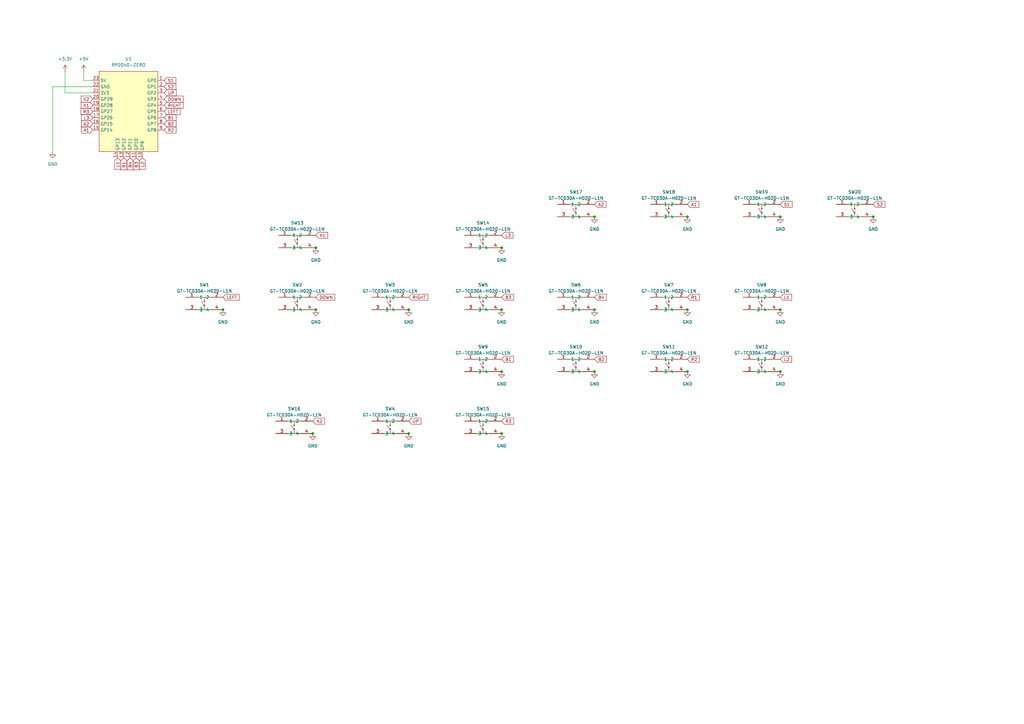
<source format=kicad_sch>
(kicad_sch (version 20231120) (generator "eeschema") (generator_version "8.0")
  (paper "A3")
  (lib_symbols
    (symbol "easyeda:GT-TC030A-H020-L1N"
      (property "Reference" "SW" (at 0 7.62 0))
      (property "Value" "GT-TC030A-H020-L1N" (at 0 -7.62 0))
      (symbol "GT-TC030A-H020-L1N_0_1"
        (circle (center 0 -0.76) (radius 0.25))
        (polyline (pts (xy -2.54 -2.54) (xy 2.54 -2.54)))
        (polyline (pts (xy -2.54 2.54) (xy 2.54 2.54)))
        (polyline (pts (xy -1.27 1.02) (xy -0.25 -0.76)))
        (polyline (pts (xy 0 -2.54) (xy 0 -0.76)))
        (polyline (pts (xy 0 1.52) (xy 0 0.76)))
        (polyline (pts (xy 0 2.54) (xy 0 1.52)))
        (circle (center 0 0.76) (radius 0.25))
        (pin unspecified line (at -7.62 2.54 0) (length 5.08) (name "1") (number "1"))
        (pin unspecified line (at 7.62 2.54 180) (length 5.08) (name "2") (number "2"))
        (pin unspecified line (at -7.62 -2.54 0) (length 5.08) (name "3") (number "3"))
        (pin unspecified line (at 7.62 -2.54 180) (length 5.08) (name "4") (number "4"))
      )
    )
    (symbol "easyeda:RP2040-ZERO"
      (property "Reference" "U" (at 0 19.05 0))
      (property "Value" "RP2040-ZERO" (at 0 -22.86 0))
      (symbol "RP2040-ZERO_0_1"
        (rectangle (start -12.7 17.78) (end 11.43 -15.24) (fill (type background)))
        (pin unspecified line (at 13.97 13.97 180) (length 2.54) (name "GP0") (number "1"))
        (pin unspecified line (at 5.08 -17.78 90) (length 2.54) (name "GP9") (number "10"))
        (pin unspecified line (at 2.54 -17.78 90) (length 2.54) (name "GP10") (number "11"))
        (pin unspecified line (at 0 -17.78 90) (length 2.54) (name "GP11") (number "12"))
        (pin unspecified line (at -2.54 -17.78 90) (length 2.54) (name "GP12") (number "13"))
        (pin unspecified line (at -5.08 -17.78 90) (length 2.54) (name "GP13") (number "14"))
        (pin unspecified line (at -15.24 -6.35 0) (length 2.54) (name "GP14") (number "15"))
        (pin unspecified line (at -15.24 -3.81 0) (length 2.54) (name "GP15") (number "16"))
        (pin unspecified line (at -15.24 -1.27 0) (length 2.54) (name "GP26") (number "17"))
        (pin unspecified line (at -15.24 1.27 0) (length 2.54) (name "GP27") (number "18"))
        (pin unspecified line (at -15.24 3.81 0) (length 2.54) (name "GP28") (number "19"))
        (pin unspecified line (at 13.97 11.43 180) (length 2.54) (name "GP1") (number "2"))
        (pin unspecified line (at -15.24 6.35 0) (length 2.54) (name "GP29") (number "20"))
        (pin unspecified line (at -15.24 8.89 0) (length 2.54) (name "3V3") (number "21"))
        (pin unspecified line (at -15.24 11.43 0) (length 2.54) (name "GND") (number "22"))
        (pin unspecified line (at -15.24 13.97 0) (length 2.54) (name "5V") (number "23"))
        (pin unspecified line (at 13.97 8.89 180) (length 2.54) (name "GP2") (number "3"))
        (pin unspecified line (at 13.97 6.35 180) (length 2.54) (name "GP3") (number "4"))
        (pin unspecified line (at 13.97 3.81 180) (length 2.54) (name "GP4") (number "5"))
        (pin unspecified line (at 13.97 1.27 180) (length 2.54) (name "GP5") (number "6"))
        (pin unspecified line (at 13.97 -1.27 180) (length 2.54) (name "GP6") (number "7"))
        (pin unspecified line (at 13.97 -3.81 180) (length 2.54) (name "GP7") (number "8"))
        (pin unspecified line (at 13.97 -6.35 180) (length 2.54) (name "GP8") (number "9"))
      )
    )
    (symbol "power:+3.3V" (power) (pin_numbers hide) (pin_names (offset 0) hide)
      (property "Value" "+3.3V" (at 0 3.556 0))
      (symbol "+3.3V_0_1"
        (polyline (pts (xy -0.762 1.27) (xy 0 2.54)))
        (polyline (pts (xy 0 0) (xy 0 2.54)))
        (polyline (pts (xy 0 2.54) (xy 0.762 1.27)))
      )
      (symbol "+3.3V_1_1"
        (pin power_in line (at 0 0 90) (length 0) (name "~") (number "1"))
      )
    )
    (symbol "power:+5V" (power) (pin_numbers hide) (pin_names (offset 0) hide)
      (property "Value" "+5V" (at 0 3.556 0))
      (symbol "+5V_0_1"
        (polyline (pts (xy -0.762 1.27) (xy 0 2.54)))
        (polyline (pts (xy 0 0) (xy 0 2.54)))
        (polyline (pts (xy 0 2.54) (xy 0.762 1.27)))
      )
      (symbol "+5V_1_1"
        (pin power_in line (at 0 0 90) (length 0) (name "~") (number "1"))
      )
    )
    (symbol "power:GND" (power) (pin_numbers hide) (pin_names (offset 0) hide)
      (property "Value" "GND" (at 0 -3.81 0))
      (symbol "GND_0_1"
        (polyline (pts (xy 0 0) (xy 0 -1.27) (xy 1.27 -1.27) (xy 0 -2.54) (xy -1.27 -1.27) (xy 0 -1.27)))
      )
      (symbol "GND_1_1"
        (pin power_in line (at 0 0 270) (length 0) (name "~") (number "1"))
      )
    )
  )
  (junction (at 281.94 88.9))
  (junction (at 358.14 88.9))
  (junction (at 281.94 127))
  (junction (at 167.64 177.8))
  (junction (at 320.04 88.9))
  (junction (at 91.44 127))
  (junction (at 129.54 101.6))
  (junction (at 128.27 177.8))
  (junction (at 243.84 152.4))
  (junction (at 243.84 88.9))
  (junction (at 205.74 101.6))
  (junction (at 205.74 127))
  (junction (at 205.74 152.4))
  (junction (at 320.04 152.4))
  (junction (at 205.74 177.8))
  (junction (at 320.04 127))
  (junction (at 167.64 127))
  (junction (at 281.94 152.4))
  (junction (at 243.84 127))
  (junction (at 129.54 127))
  (wire (pts (xy 304.8 152.4) (xy 320.04 152.4)))
  (wire (pts (xy 152.4 172.72) (xy 167.64 172.72)))
  (wire (pts (xy 26.67 38.1) (xy 38.1 38.1)))
  (wire (pts (xy 114.3 127) (xy 129.54 127)))
  (wire (pts (xy 114.3 121.92) (xy 129.54 121.92)))
  (wire (pts (xy 266.7 83.82) (xy 281.94 83.82)))
  (wire (pts (xy 228.6 147.32) (xy 243.84 147.32)))
  (wire (pts (xy 38.1 35.56) (xy 21.59 35.56)))
  (wire (pts (xy 304.8 127) (xy 320.04 127)))
  (wire (pts (xy 342.9 83.82) (xy 358.14 83.82)))
  (wire (pts (xy 304.8 121.92) (xy 320.04 121.92)))
  (wire (pts (xy 304.8 83.82) (xy 320.04 83.82)))
  (wire (pts (xy 228.6 152.4) (xy 243.84 152.4)))
  (wire (pts (xy 266.7 127) (xy 281.94 127)))
  (wire (pts (xy 266.7 147.32) (xy 281.94 147.32)))
  (wire (pts (xy 228.6 83.82) (xy 243.84 83.82)))
  (wire (pts (xy 21.59 35.56) (xy 21.59 62.23)))
  (wire (pts (xy 190.5 177.8) (xy 205.74 177.8)))
  (wire (pts (xy 34.29 33.02) (xy 34.29 29.21)))
  (wire (pts (xy 266.7 88.9) (xy 281.94 88.9)))
  (wire (pts (xy 152.4 177.8) (xy 167.64 177.8)))
  (wire (pts (xy 342.9 88.9) (xy 358.14 88.9)))
  (wire (pts (xy 266.7 152.4) (xy 281.94 152.4)))
  (wire (pts (xy 190.5 172.72) (xy 205.74 172.72)))
  (wire (pts (xy 190.5 127) (xy 205.74 127)))
  (wire (pts (xy 190.5 152.4) (xy 205.74 152.4)))
  (wire (pts (xy 304.8 88.9) (xy 320.04 88.9)))
  (wire (pts (xy 304.8 147.32) (xy 320.04 147.32)))
  (wire (pts (xy 26.67 29.21) (xy 26.67 38.1)))
  (wire (pts (xy 190.5 96.52) (xy 205.74 96.52)))
  (wire (pts (xy 190.5 147.32) (xy 205.74 147.32)))
  (wire (pts (xy 114.3 96.52) (xy 129.54 96.52)))
  (wire (pts (xy 113.03 172.72) (xy 128.27 172.72)))
  (wire (pts (xy 190.5 101.6) (xy 205.74 101.6)))
  (wire (pts (xy 228.6 88.9) (xy 243.84 88.9)))
  (wire (pts (xy 152.4 121.92) (xy 167.64 121.92)))
  (wire (pts (xy 190.5 121.92) (xy 205.74 121.92)))
  (wire (pts (xy 76.2 121.92) (xy 91.44 121.92)))
  (wire (pts (xy 113.03 177.8) (xy 128.27 177.8)))
  (wire (pts (xy 76.2 127) (xy 91.44 127)))
  (wire (pts (xy 152.4 127) (xy 167.64 127)))
  (wire (pts (xy 38.1 33.02) (xy 34.29 33.02)))
  (wire (pts (xy 228.6 127) (xy 243.84 127)))
  (wire (pts (xy 266.7 121.92) (xy 281.94 121.92)))
  (wire (pts (xy 228.6 121.92) (xy 243.84 121.92)))
  (wire (pts (xy 114.3 101.6) (xy 129.54 101.6)))
  (global_label "B1" (shape input) (at 67.31 48.26 0) (property "Intersheetrefs" "${INTERSHEET_REFS}" (effects (hide yes))))
  (global_label "L3" (shape input) (at 205.74 96.52 0) (property "Intersheetrefs" "${INTERSHEET_REFS}" (effects (hide yes))))
  (global_label "B4" (shape input) (at 243.84 121.92 0) (property "Intersheetrefs" "${INTERSHEET_REFS}" (effects (hide yes))))
  (global_label "B1" (shape input) (at 205.74 147.32 0) (property "Intersheetrefs" "${INTERSHEET_REFS}" (effects (hide yes))))
  (global_label "S2" (shape input) (at 67.31 35.56 0) (property "Intersheetrefs" "${INTERSHEET_REFS}" (effects (hide yes))))
  (global_label "RIGHT" (shape input) (at 67.31 43.18 0) (property "Intersheetrefs" "${INTERSHEET_REFS}" (effects (hide yes))))
  (global_label "L1" (shape input) (at 320.04 121.92 0) (property "Intersheetrefs" "${INTERSHEET_REFS}" (effects (hide yes))))
  (global_label "R2" (shape input) (at 67.31 53.34 0) (property "Intersheetrefs" "${INTERSHEET_REFS}" (effects (hide yes))))
  (global_label "S2" (shape input) (at 358.14 83.82 0) (property "Intersheetrefs" "${INTERSHEET_REFS}" (effects (hide yes))))
  (global_label "A2" (shape input) (at 38.1 50.8 180) (property "Intersheetrefs" "${INTERSHEET_REFS}" (effects (hide yes))))
  (global_label "B2" (shape input) (at 243.84 147.32 0) (property "Intersheetrefs" "${INTERSHEET_REFS}" (effects (hide yes))))
  (global_label "UP" (shape input) (at 67.31 38.1 0) (property "Intersheetrefs" "${INTERSHEET_REFS}" (effects (hide yes))))
  (global_label "LEFT" (shape input) (at 67.31 45.72 0) (property "Intersheetrefs" "${INTERSHEET_REFS}" (effects (hide yes))))
  (global_label "LEFT" (shape input) (at 91.44 121.92 0) (property "Intersheetrefs" "${INTERSHEET_REFS}" (effects (hide yes))))
  (global_label "B4" (shape input) (at 53.34 64.77 270) (property "Intersheetrefs" "${INTERSHEET_REFS}" (effects (hide yes))))
  (global_label "L2" (shape input) (at 320.04 147.32 0) (property "Intersheetrefs" "${INTERSHEET_REFS}" (effects (hide yes))))
  (global_label "A2" (shape input) (at 243.84 83.82 0) (property "Intersheetrefs" "${INTERSHEET_REFS}" (effects (hide yes))))
  (global_label "B3" (shape input) (at 55.88 64.77 270) (property "Intersheetrefs" "${INTERSHEET_REFS}" (effects (hide yes))))
  (global_label "S1" (shape input) (at 320.04 83.82 0) (property "Intersheetrefs" "${INTERSHEET_REFS}" (effects (hide yes))))
  (global_label "UP" (shape input) (at 167.64 172.72 0) (property "Intersheetrefs" "${INTERSHEET_REFS}" (effects (hide yes))))
  (global_label "A1" (shape input) (at 281.94 83.82 0) (property "Intersheetrefs" "${INTERSHEET_REFS}" (effects (hide yes))))
  (global_label "R1" (shape input) (at 281.94 121.92 0) (property "Intersheetrefs" "${INTERSHEET_REFS}" (effects (hide yes))))
  (global_label "B2" (shape input) (at 67.31 50.8 0) (property "Intersheetrefs" "${INTERSHEET_REFS}" (effects (hide yes))))
  (global_label "S1" (shape input) (at 67.31 33.02 0) (property "Intersheetrefs" "${INTERSHEET_REFS}" (effects (hide yes))))
  (global_label "DOWN" (shape input) (at 129.54 121.92 0) (property "Intersheetrefs" "${INTERSHEET_REFS}" (effects (hide yes))))
  (global_label "R3" (shape input) (at 205.74 172.72 0) (property "Intersheetrefs" "${INTERSHEET_REFS}" (effects (hide yes))))
  (global_label "L3" (shape input) (at 38.1 48.26 180) (property "Intersheetrefs" "${INTERSHEET_REFS}" (effects (hide yes))))
  (global_label "B3" (shape input) (at 205.74 121.92 0) (property "Intersheetrefs" "${INTERSHEET_REFS}" (effects (hide yes))))
  (global_label "X1" (shape input) (at 38.1 43.18 180) (property "Intersheetrefs" "${INTERSHEET_REFS}" (effects (hide yes))))
  (global_label "R2" (shape input) (at 281.94 147.32 0) (property "Intersheetrefs" "${INTERSHEET_REFS}" (effects (hide yes))))
  (global_label "R1" (shape input) (at 50.8 64.77 270) (property "Intersheetrefs" "${INTERSHEET_REFS}" (effects (hide yes))))
  (global_label "X1" (shape input) (at 129.54 96.52 0) (property "Intersheetrefs" "${INTERSHEET_REFS}" (effects (hide yes))))
  (global_label "DOWN" (shape input) (at 67.31 40.64 0) (property "Intersheetrefs" "${INTERSHEET_REFS}" (effects (hide yes))))
  (global_label "RIGHT" (shape input) (at 167.64 121.92 0) (property "Intersheetrefs" "${INTERSHEET_REFS}" (effects (hide yes))))
  (global_label "X2" (shape input) (at 128.27 172.72 0) (property "Intersheetrefs" "${INTERSHEET_REFS}" (effects (hide yes))))
  (global_label "R3" (shape input) (at 38.1 45.72 180) (property "Intersheetrefs" "${INTERSHEET_REFS}" (effects (hide yes))))
  (global_label "L2" (shape input) (at 58.42 64.77 270) (property "Intersheetrefs" "${INTERSHEET_REFS}" (effects (hide yes))))
  (global_label "X2" (shape input) (at 38.1 40.64 180) (property "Intersheetrefs" "${INTERSHEET_REFS}" (effects (hide yes))))
  (global_label "L1" (shape input) (at 48.26 64.77 270) (property "Intersheetrefs" "${INTERSHEET_REFS}" (effects (hide yes))))
  (global_label "A1" (shape input) (at 38.1 53.34 180) (property "Intersheetrefs" "${INTERSHEET_REFS}" (effects (hide yes))))
  (symbol (lib_id "easyeda:GT-TC030A-H020-L1N") (at 120.65 175.26 0) (unit 1)
    (property "Reference" "SW16" (at 120.65 167.64 0))
    (property "Value" "GT-TC030A-H020-L1N" (at 120.65 170.18 0))
    (property "Footprint" "easyeda:SW-SMD_4P-L3.6-W3.0-P1.50-LS4.7" (effects (hide yes)))
    (property "LCSC Part" "C843670" (effects (hide yes)))
  )
  (symbol (lib_id "power:GND") (at 320.04 88.9 0) (unit 1)
    (property "Reference" "#PWR022" (effects (hide yes)))
    (property "Value" "GND" (at 320.04 93.98 0))
    (property "Description" "Power symbol creates a global label with name \"GND\" , ground" (effects (hide yes)))
  )
  (symbol (lib_id "easyeda:GT-TC030A-H020-L1N") (at 160.02 175.26 0) (unit 1)
    (property "Reference" "SW4" (at 160.02 167.64 0))
    (property "Value" "GT-TC030A-H020-L1N" (at 160.02 170.18 0))
    (property "Footprint" "easyeda:SW-SMD_4P-L3.6-W3.0-P1.50-LS4.7" (effects (hide yes)))
    (property "LCSC Part" "C843670" (effects (hide yes)))
  )
  (symbol (lib_id "power:GND") (at 320.04 152.4 0) (unit 1)
    (property "Reference" "#PWR013" (effects (hide yes)))
    (property "Value" "GND" (at 320.04 157.48 0))
    (property "Description" "Power symbol creates a global label with name \"GND\" , ground" (effects (hide yes)))
  )
  (symbol (lib_id "power:GND") (at 91.44 127 0) (unit 1)
    (property "Reference" "#PWR05" (effects (hide yes)))
    (property "Value" "GND" (at 91.44 132.08 0))
    (property "Description" "Power symbol creates a global label with name \"GND\" , ground" (effects (hide yes)))
  )
  (symbol (lib_id "power:GND") (at 243.84 152.4 0) (unit 1)
    (property "Reference" "#PWR011" (effects (hide yes)))
    (property "Value" "GND" (at 243.84 157.48 0))
    (property "Description" "Power symbol creates a global label with name \"GND\" , ground" (effects (hide yes)))
  )
  (symbol (lib_id "power:GND") (at 128.27 177.8 0) (unit 1)
    (property "Reference" "#PWR07" (effects (hide yes)))
    (property "Value" "GND" (at 128.27 182.88 0))
    (property "Description" "Power symbol creates a global label with name \"GND\" , ground" (effects (hide yes)))
  )
  (symbol (lib_id "easyeda:GT-TC030A-H020-L1N") (at 160.02 124.46 0) (unit 1)
    (property "Reference" "SW3" (at 160.02 116.84 0))
    (property "Value" "GT-TC030A-H020-L1N" (at 160.02 119.38 0))
    (property "Footprint" "easyeda:SW-SMD_4P-L3.6-W3.0-P1.50-LS4.7" (effects (hide yes)))
    (property "LCSC Part" "C843670" (effects (hide yes)))
  )
  (symbol (lib_id "easyeda:GT-TC030A-H020-L1N") (at 198.12 99.06 0) (unit 1)
    (property "Reference" "SW14" (at 198.12 91.44 0))
    (property "Value" "GT-TC030A-H020-L1N" (at 198.12 93.98 0))
    (property "Footprint" "easyeda:SW-SMD_4P-L3.6-W3.0-P1.50-LS4.7" (effects (hide yes)))
    (property "LCSC Part" "C843670" (effects (hide yes)))
  )
  (symbol (lib_id "easyeda:GT-TC030A-H020-L1N") (at 121.92 124.46 0) (unit 1)
    (property "Reference" "SW2" (at 121.92 116.84 0))
    (property "Value" "GT-TC030A-H020-L1N" (at 121.92 119.38 0))
    (property "Footprint" "easyeda:SW-SMD_4P-L3.6-W3.0-P1.50-LS4.7" (effects (hide yes)))
    (property "LCSC Part" "C843670" (effects (hide yes)))
  )
  (symbol (lib_id "power:GND") (at 205.74 152.4 0) (unit 1)
    (property "Reference" "#PWR010" (effects (hide yes)))
    (property "Value" "GND" (at 205.74 157.48 0))
    (property "Description" "Power symbol creates a global label with name \"GND\" , ground" (effects (hide yes)))
  )
  (symbol (lib_id "power:GND") (at 205.74 101.6 0) (unit 1)
    (property "Reference" "#PWR019" (effects (hide yes)))
    (property "Value" "GND" (at 205.74 106.68 0))
    (property "Description" "Power symbol creates a global label with name \"GND\" , ground" (effects (hide yes)))
  )
  (symbol (lib_id "easyeda:GT-TC030A-H020-L1N") (at 312.42 149.86 0) (unit 1)
    (property "Reference" "SW12" (at 312.42 142.24 0))
    (property "Value" "GT-TC030A-H020-L1N" (at 312.42 144.78 0))
    (property "Footprint" "easyeda:SW-SMD_4P-L3.6-W3.0-P1.50-LS4.7" (effects (hide yes)))
    (property "LCSC Part" "C843670" (effects (hide yes)))
  )
  (symbol (lib_id "power:GND") (at 129.54 127 0) (unit 1)
    (property "Reference" "#PWR06" (effects (hide yes)))
    (property "Value" "GND" (at 129.54 132.08 0))
    (property "Description" "Power symbol creates a global label with name \"GND\" , ground" (effects (hide yes)))
  )
  (symbol (lib_id "easyeda:GT-TC030A-H020-L1N") (at 274.32 86.36 0) (unit 1)
    (property "Reference" "SW18" (at 274.32 78.74 0))
    (property "Value" "GT-TC030A-H020-L1N" (at 274.32 81.28 0))
    (property "Footprint" "easyeda:SW-SMD_4P-L3.6-W3.0-P1.50-LS4.7" (effects (hide yes)))
    (property "LCSC Part" "C843670" (effects (hide yes)))
  )
  (symbol (lib_id "easyeda:GT-TC030A-H020-L1N") (at 236.22 149.86 0) (unit 1)
    (property "Reference" "SW10" (at 236.22 142.24 0))
    (property "Value" "GT-TC030A-H020-L1N" (at 236.22 144.78 0))
    (property "Footprint" "easyeda:SW-SMD_4P-L3.6-W3.0-P1.50-LS4.7" (effects (hide yes)))
    (property "LCSC Part" "C843670" (effects (hide yes)))
  )
  (symbol (lib_id "power:GND") (at 243.84 127 0) (unit 1)
    (property "Reference" "#PWR016" (effects (hide yes)))
    (property "Value" "GND" (at 243.84 132.08 0))
    (property "Description" "Power symbol creates a global label with name \"GND\" , ground" (effects (hide yes)))
  )
  (symbol (lib_id "power:+3.3V") (at 26.67 29.21 0) (unit 1)
    (property "Reference" "#PWR03" (effects (hide yes)))
    (property "Value" "+3.3V" (at 26.67 24.13 0))
    (property "Description" "Power symbol creates a global label with name \"+3.3V\"" (effects (hide yes)))
  )
  (symbol (lib_id "power:GND") (at 281.94 127 0) (unit 1)
    (property "Reference" "#PWR015" (effects (hide yes)))
    (property "Value" "GND" (at 281.94 132.08 0))
    (property "Description" "Power symbol creates a global label with name \"GND\" , ground" (effects (hide yes)))
  )
  (symbol (lib_id "power:GND") (at 281.94 88.9 0) (unit 1)
    (property "Reference" "#PWR021" (effects (hide yes)))
    (property "Value" "GND" (at 281.94 93.98 0))
    (property "Description" "Power symbol creates a global label with name \"GND\" , ground" (effects (hide yes)))
  )
  (symbol (lib_id "power:GND") (at 167.64 127 0) (unit 1)
    (property "Reference" "#PWR018" (effects (hide yes)))
    (property "Value" "GND" (at 167.64 132.08 0))
    (property "Description" "Power symbol creates a global label with name \"GND\" , ground" (effects (hide yes)))
  )
  (symbol (lib_id "power:GND") (at 205.74 177.8 0) (unit 1)
    (property "Reference" "#PWR09" (effects (hide yes)))
    (property "Value" "GND" (at 205.74 182.88 0))
    (property "Description" "Power symbol creates a global label with name \"GND\" , ground" (effects (hide yes)))
  )
  (symbol (lib_id "power:GND") (at 320.04 127 0) (unit 1)
    (property "Reference" "#PWR014" (effects (hide yes)))
    (property "Value" "GND" (at 320.04 132.08 0))
    (property "Description" "Power symbol creates a global label with name \"GND\" , ground" (effects (hide yes)))
  )
  (symbol (lib_id "power:GND") (at 243.84 88.9 0) (unit 1)
    (property "Reference" "#PWR020" (effects (hide yes)))
    (property "Value" "GND" (at 243.84 93.98 0))
    (property "Description" "Power symbol creates a global label with name \"GND\" , ground" (effects (hide yes)))
  )
  (symbol (lib_id "easyeda:GT-TC030A-H020-L1N") (at 312.42 86.36 0) (unit 1)
    (property "Reference" "SW19" (at 312.42 78.74 0))
    (property "Value" "GT-TC030A-H020-L1N" (at 312.42 81.28 0))
    (property "Footprint" "easyeda:SW-SMD_4P-L3.6-W3.0-P1.50-LS4.7" (effects (hide yes)))
    (property "LCSC Part" "C843670" (effects (hide yes)))
  )
  (symbol (lib_id "power:+5V") (at 34.29 29.21 0) (unit 1)
    (property "Reference" "#PWR01" (effects (hide yes)))
    (property "Value" "+5V" (at 34.29 24.13 0))
    (property "Description" "Power symbol creates a global label with name \"+5V\"" (effects (hide yes)))
  )
  (symbol (lib_id "power:GND") (at 358.14 88.9 0) (unit 1)
    (property "Reference" "#PWR023" (effects (hide yes)))
    (property "Value" "GND" (at 358.14 93.98 0))
    (property "Description" "Power symbol creates a global label with name \"GND\" , ground" (effects (hide yes)))
  )
  (symbol (lib_id "easyeda:GT-TC030A-H020-L1N") (at 312.42 124.46 0) (unit 1)
    (property "Reference" "SW8" (at 312.42 116.84 0))
    (property "Value" "GT-TC030A-H020-L1N" (at 312.42 119.38 0))
    (property "Footprint" "easyeda:SW-SMD_4P-L3.6-W3.0-P1.50-LS4.7" (effects (hide yes)))
    (property "LCSC Part" "C843670" (effects (hide yes)))
  )
  (symbol (lib_id "power:GND") (at 167.64 177.8 0) (unit 1)
    (property "Reference" "#PWR08" (effects (hide yes)))
    (property "Value" "GND" (at 167.64 182.88 0))
    (property "Description" "Power symbol creates a global label with name \"GND\" , ground" (effects (hide yes)))
  )
  (symbol (lib_id "easyeda:GT-TC030A-H020-L1N") (at 236.22 124.46 0) (unit 1)
    (property "Reference" "SW6" (at 236.22 116.84 0))
    (property "Value" "GT-TC030A-H020-L1N" (at 236.22 119.38 0))
    (property "Footprint" "easyeda:SW-SMD_4P-L3.6-W3.0-P1.50-LS4.7" (effects (hide yes)))
    (property "LCSC Part" "C843670" (effects (hide yes)))
  )
  (symbol (lib_id "easyeda:RP2040-ZERO") (at 53.34 46.99 0) (unit 1)
    (property "Reference" "U1" (at 52.705 24.13 0))
    (property "Value" "RP2040-ZERO" (at 52.705 26.67 0))
    (property "Footprint" "easyeda:COMM-SMD_RP2040-ZERO" (effects (hide yes)))
    (property "LCSC Part" "C5350143" (effects (hide yes)))
  )
  (symbol (lib_id "easyeda:GT-TC030A-H020-L1N") (at 350.52 86.36 0) (unit 1)
    (property "Reference" "SW20" (at 350.52 78.74 0))
    (property "Value" "GT-TC030A-H020-L1N" (at 350.52 81.28 0))
    (property "Footprint" "easyeda:SW-SMD_4P-L3.6-W3.0-P1.50-LS4.7" (effects (hide yes)))
    (property "LCSC Part" "C843670" (effects (hide yes)))
  )
  (symbol (lib_id "power:GND") (at 281.94 152.4 0) (unit 1)
    (property "Reference" "#PWR012" (effects (hide yes)))
    (property "Value" "GND" (at 281.94 157.48 0))
    (property "Description" "Power symbol creates a global label with name \"GND\" , ground" (effects (hide yes)))
  )
  (symbol (lib_id "easyeda:GT-TC030A-H020-L1N") (at 121.92 99.06 0) (unit 1)
    (property "Reference" "SW13" (at 121.92 91.44 0))
    (property "Value" "GT-TC030A-H020-L1N" (at 121.92 93.98 0))
    (property "Footprint" "easyeda:SW-SMD_4P-L3.6-W3.0-P1.50-LS4.7" (effects (hide yes)))
    (property "LCSC Part" "C843670" (effects (hide yes)))
  )
  (symbol (lib_id "easyeda:GT-TC030A-H020-L1N") (at 274.32 149.86 0) (unit 1)
    (property "Reference" "SW11" (at 274.32 142.24 0))
    (property "Value" "GT-TC030A-H020-L1N" (at 274.32 144.78 0))
    (property "Footprint" "easyeda:SW-SMD_4P-L3.6-W3.0-P1.50-LS4.7" (effects (hide yes)))
    (property "LCSC Part" "C843670" (effects (hide yes)))
  )
  (symbol (lib_id "easyeda:GT-TC030A-H020-L1N") (at 236.22 86.36 0) (unit 1)
    (property "Reference" "SW17" (at 236.22 78.74 0))
    (property "Value" "GT-TC030A-H020-L1N" (at 236.22 81.28 0))
    (property "Footprint" "easyeda:SW-SMD_4P-L3.6-W3.0-P1.50-LS4.7" (effects (hide yes)))
    (property "LCSC Part" "C843670" (effects (hide yes)))
  )
  (symbol (lib_id "easyeda:GT-TC030A-H020-L1N") (at 198.12 175.26 0) (unit 1)
    (property "Reference" "SW15" (at 198.12 167.64 0))
    (property "Value" "GT-TC030A-H020-L1N" (at 198.12 170.18 0))
    (property "Footprint" "easyeda:SW-SMD_4P-L3.6-W3.0-P1.50-LS4.7" (effects (hide yes)))
    (property "LCSC Part" "C843670" (effects (hide yes)))
  )
  (symbol (lib_id "power:GND") (at 21.59 62.23 0) (unit 1)
    (property "Reference" "#PWR02" (effects (hide yes)))
    (property "Value" "GND" (at 21.59 67.31 0))
    (property "Description" "Power symbol creates a global label with name \"GND\" , ground" (effects (hide yes)))
  )
  (symbol (lib_id "easyeda:GT-TC030A-H020-L1N") (at 198.12 124.46 0) (unit 1)
    (property "Reference" "SW5" (at 198.12 116.84 0))
    (property "Value" "GT-TC030A-H020-L1N" (at 198.12 119.38 0))
    (property "Footprint" "easyeda:SW-SMD_4P-L3.6-W3.0-P1.50-LS4.7" (effects (hide yes)))
    (property "LCSC Part" "C843670" (effects (hide yes)))
  )
  (symbol (lib_id "power:GND") (at 205.74 127 0) (unit 1)
    (property "Reference" "#PWR017" (effects (hide yes)))
    (property "Value" "GND" (at 205.74 132.08 0))
    (property "Description" "Power symbol creates a global label with name \"GND\" , ground" (effects (hide yes)))
  )
  (symbol (lib_id "easyeda:GT-TC030A-H020-L1N") (at 274.32 124.46 0) (unit 1)
    (property "Reference" "SW7" (at 274.32 116.84 0))
    (property "Value" "GT-TC030A-H020-L1N" (at 274.32 119.38 0))
    (property "Footprint" "easyeda:SW-SMD_4P-L3.6-W3.0-P1.50-LS4.7" (effects (hide yes)))
    (property "LCSC Part" "C843670" (effects (hide yes)))
  )
  (symbol (lib_id "easyeda:GT-TC030A-H020-L1N") (at 198.12 149.86 0) (unit 1)
    (property "Reference" "SW9" (at 198.12 142.24 0))
    (property "Value" "GT-TC030A-H020-L1N" (at 198.12 144.78 0))
    (property "Footprint" "easyeda:SW-SMD_4P-L3.6-W3.0-P1.50-LS4.7" (effects (hide yes)))
    (property "LCSC Part" "C843670" (effects (hide yes)))
  )
  (symbol (lib_id "easyeda:GT-TC030A-H020-L1N") (at 83.82 124.46 0) (unit 1)
    (property "Reference" "SW1" (at 83.82 116.84 0))
    (property "Value" "GT-TC030A-H020-L1N" (at 83.82 119.38 0))
    (property "Footprint" "easyeda:SW-SMD_4P-L3.6-W3.0-P1.50-LS4.7" (effects (hide yes)))
    (property "LCSC Part" "C843670" (effects (hide yes)))
  )
  (symbol (lib_id "power:GND") (at 129.54 101.6 0) (unit 1)
    (property "Reference" "#PWR04" (effects (hide yes)))
    (property "Value" "GND" (at 129.54 106.68 0))
    (property "Description" "Power symbol creates a global label with name \"GND\" , ground" (effects (hide yes)))
  )
)
</source>
